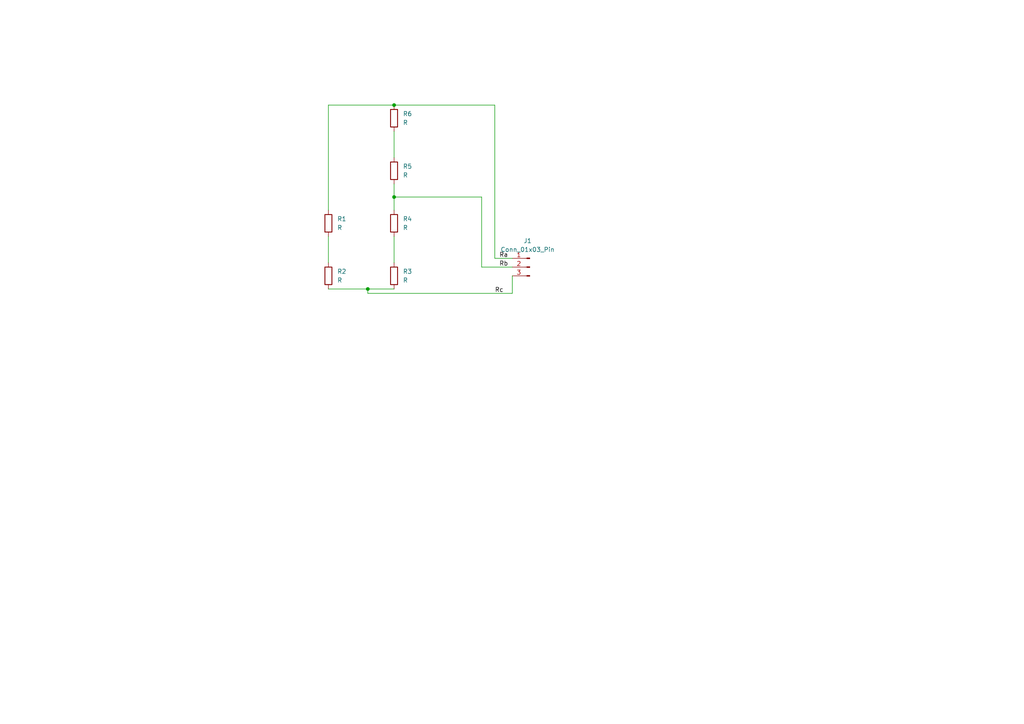
<source format=kicad_sch>
(kicad_sch (version 20231120) (generator "eeschema") (generator_version "8.0")
  (paper "A4")
  (lib_symbols
    (symbol "Connector:Conn_01x03_Pin" (pin_names (offset 1.016) hide)
      (property "Reference" "J" (at 0 5.08 0))
      (property "Value" "Conn_01x03_Pin" (at 0 -5.08 0))
      (symbol "Conn_01x03_Pin_1_1"
        (polyline (pts (xy 1.27 -2.54) (xy 0.8636 -2.54)) (stroke (width 0.1524)))
        (polyline (pts (xy 1.27 0) (xy 0.8636 0)) (stroke (width 0.1524)))
        (polyline (pts (xy 1.27 2.54) (xy 0.8636 2.54)) (stroke (width 0.1524)))
        (rectangle (start 0.8636 -2.413) (end 0 -2.667) (stroke (width 0.1524)) (fill (type outline)))
        (rectangle (start 0.8636 0.127) (end 0 -0.127) (stroke (width 0.1524)) (fill (type outline)))
        (rectangle (start 0.8636 2.667) (end 0 2.413) (stroke (width 0.1524)) (fill (type outline)))
        (pin passive line (at 5.08 2.54 180) (length 3.81) (name "Pin_1") (number "1"))
        (pin passive line (at 5.08 0 180) (length 3.81) (name "Pin_2") (number "2"))
        (pin passive line (at 5.08 -2.54 180) (length 3.81) (name "Pin_3") (number "3"))
      )
    )
    (symbol "Device:R" (pin_numbers hide) (pin_names (offset 0))
      (property "Reference" "R" (at 2.032 0 90))
      (property "Value" "R" (at 0 0 90))
      (symbol "R_0_1"
        (rectangle (start -1.016 -2.54) (end 1.016 2.54) (stroke (width 0.254)))
      )
      (symbol "R_1_1"
        (pin passive line (at 0 3.81 270) (length 1.27) (name "~") (number "1"))
        (pin passive line (at 0 -3.81 90) (length 1.27) (name "~") (number "2"))
      )
    )
  )
  (junction (at 106.68 83.82))
  (junction (at 114.3 57.15))
  (junction (at 114.3 30.48))
  (wire (pts (xy 95.25 30.48) (xy 114.3 30.48)))
  (wire (pts (xy 114.3 38.1) (xy 114.3 45.72)))
  (wire (pts (xy 114.3 68.58) (xy 114.3 76.2)))
  (wire (pts (xy 95.25 68.58) (xy 95.25 76.2)))
  (wire (pts (xy 95.25 30.48) (xy 95.25 60.96)))
  (wire (pts (xy 114.3 57.15) (xy 114.3 60.96)))
  (wire (pts (xy 114.3 53.34) (xy 114.3 57.15)))
  (wire (pts (xy 106.68 85.09) (xy 148.59 85.09)))
  (wire (pts (xy 148.59 85.09) (xy 148.59 80.01)))
  (wire (pts (xy 95.25 83.82) (xy 106.68 83.82)))
  (wire (pts (xy 139.7 57.15) (xy 139.7 77.47)))
  (wire (pts (xy 139.7 77.47) (xy 148.59 77.47)))
  (wire (pts (xy 143.51 74.93) (xy 148.59 74.93)))
  (wire (pts (xy 106.68 83.82) (xy 114.3 83.82)))
  (wire (pts (xy 114.3 57.15) (xy 139.7 57.15)))
  (wire (pts (xy 106.68 83.82) (xy 106.68 85.09)))
  (wire (pts (xy 114.3 30.48) (xy 143.51 30.48)))
  (wire (pts (xy 143.51 30.48) (xy 143.51 74.93)))
  (label "Rb" (at 144.78 77.47 0))
  (label "Ra" (at 144.78 74.93 0))
  (label "Rc" (at 143.51 85.09 0))
  (symbol (lib_id "Device:R") (at 114.3 80.01 0) (unit 1)
    (property "Reference" "R3" (at 116.84 78.7399 0) (effects (justify left)))
    (property "Value" "R" (at 116.84 81.2799 0) (effects (justify left)))
    (property "Footprint" "Resistor_SMD:R_0805_2012Metric" (effects (hide yes)))
    (property "Description" "Resistor" (effects (hide yes)))
  )
  (symbol (lib_id "Device:R") (at 114.3 64.77 0) (unit 1)
    (property "Reference" "R4" (at 116.84 63.4999 0) (effects (justify left)))
    (property "Value" "R" (at 116.84 66.0399 0) (effects (justify left)))
    (property "Footprint" "Resistor_SMD:R_0805_2012Metric" (effects (hide yes)))
    (property "Description" "Resistor" (effects (hide yes)))
  )
  (symbol (lib_id "Device:R") (at 114.3 49.53 0) (unit 1)
    (property "Reference" "R5" (at 116.84 48.2599 0) (effects (justify left)))
    (property "Value" "R" (at 116.84 50.7999 0) (effects (justify left)))
    (property "Footprint" "Resistor_SMD:R_0805_2012Metric" (effects (hide yes)))
    (property "Description" "Resistor" (effects (hide yes)))
  )
  (symbol (lib_id "Connector:Conn_01x03_Pin") (at 153.67 77.47 0) (mirror y) (unit 1)
    (property "Reference" "J1" (at 153.035 69.85 0))
    (property "Value" "Conn_01x03_Pin" (at 153.035 72.39 0))
    (property "Footprint" "Connector_PinHeader_2.54mm:PinHeader_1x03_P2.54mm_Horizontal" (effects (hide yes)))
    (property "Description" "Generic connector, single row, 01x03, script generated" (effects (hide yes)))
  )
  (symbol (lib_id "Device:R") (at 95.25 80.01 0) (unit 1)
    (property "Reference" "R2" (at 97.79 78.7399 0) (effects (justify left)))
    (property "Value" "R" (at 97.79 81.2799 0) (effects (justify left)))
    (property "Footprint" "Resistor_SMD:R_0805_2012Metric" (effects (hide yes)))
    (property "Description" "Resistor" (effects (hide yes)))
  )
  (symbol (lib_id "Device:R") (at 95.25 64.77 0) (unit 1)
    (property "Reference" "R1" (at 97.79 63.4999 0) (effects (justify left)))
    (property "Value" "R" (at 97.79 66.0399 0) (effects (justify left)))
    (property "Footprint" "Resistor_THT:R_Axial_DIN0614_L14.3mm_D5.7mm_P20.32mm_Horizontal" (effects (hide yes)))
    (property "Description" "Resistor" (effects (hide yes)))
  )
  (symbol (lib_id "Device:R") (at 114.3 34.29 0) (unit 1)
    (property "Reference" "R6" (at 116.84 33.0199 0) (effects (justify left)))
    (property "Value" "R" (at 116.84 35.5599 0) (effects (justify left)))
    (property "Footprint" "Resistor_SMD:R_0805_2012Metric" (effects (hide yes)))
    (property "Description" "Resistor" (effects (hide yes)))
  )
)
</source>
